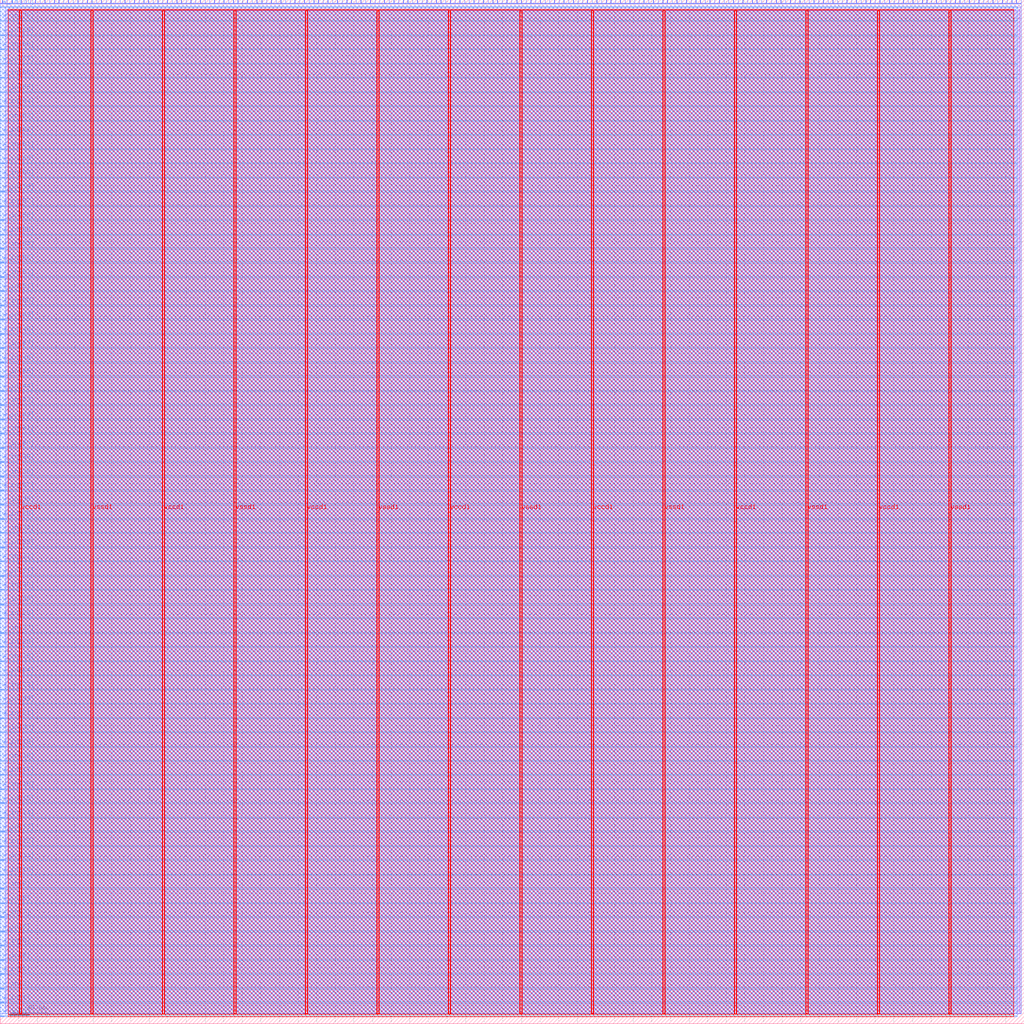
<source format=lef>
VERSION 5.7 ;
  NOWIREEXTENSIONATPIN ON ;
  DIVIDERCHAR "/" ;
  BUSBITCHARS "[]" ;
MACRO register_file
  CLASS BLOCK ;
  FOREIGN register_file ;
  ORIGIN 0.000 0.000 ;
  SIZE 1100.000 BY 1100.000 ;
  PIN clk
    DIRECTION INPUT ;
    USE SIGNAL ;
    PORT
      LAYER met2 ;
        RECT 2.390 1096.000 2.670 1100.000 ;
    END
  END clk
  PIN d_in[0]
    DIRECTION INPUT ;
    USE SIGNAL ;
    PORT
      LAYER met2 ;
        RECT 7.450 1096.000 7.730 1100.000 ;
    END
  END d_in[0]
  PIN d_in[10]
    DIRECTION INPUT ;
    USE SIGNAL ;
    PORT
      LAYER met2 ;
        RECT 58.050 1096.000 58.330 1100.000 ;
    END
  END d_in[10]
  PIN d_in[11]
    DIRECTION INPUT ;
    USE SIGNAL ;
    PORT
      LAYER met2 ;
        RECT 63.110 1096.000 63.390 1100.000 ;
    END
  END d_in[11]
  PIN d_in[12]
    DIRECTION INPUT ;
    USE SIGNAL ;
    PORT
      LAYER met2 ;
        RECT 68.170 1096.000 68.450 1100.000 ;
    END
  END d_in[12]
  PIN d_in[13]
    DIRECTION INPUT ;
    USE SIGNAL ;
    PORT
      LAYER met2 ;
        RECT 73.230 1096.000 73.510 1100.000 ;
    END
  END d_in[13]
  PIN d_in[14]
    DIRECTION INPUT ;
    USE SIGNAL ;
    PORT
      LAYER met2 ;
        RECT 78.290 1096.000 78.570 1100.000 ;
    END
  END d_in[14]
  PIN d_in[15]
    DIRECTION INPUT ;
    USE SIGNAL ;
    PORT
      LAYER met2 ;
        RECT 83.350 1096.000 83.630 1100.000 ;
    END
  END d_in[15]
  PIN d_in[16]
    DIRECTION INPUT ;
    USE SIGNAL ;
    PORT
      LAYER met2 ;
        RECT 88.410 1096.000 88.690 1100.000 ;
    END
  END d_in[16]
  PIN d_in[17]
    DIRECTION INPUT ;
    USE SIGNAL ;
    PORT
      LAYER met2 ;
        RECT 93.470 1096.000 93.750 1100.000 ;
    END
  END d_in[17]
  PIN d_in[18]
    DIRECTION INPUT ;
    USE SIGNAL ;
    PORT
      LAYER met2 ;
        RECT 98.530 1096.000 98.810 1100.000 ;
    END
  END d_in[18]
  PIN d_in[19]
    DIRECTION INPUT ;
    USE SIGNAL ;
    PORT
      LAYER met2 ;
        RECT 103.590 1096.000 103.870 1100.000 ;
    END
  END d_in[19]
  PIN d_in[1]
    DIRECTION INPUT ;
    USE SIGNAL ;
    PORT
      LAYER met2 ;
        RECT 12.510 1096.000 12.790 1100.000 ;
    END
  END d_in[1]
  PIN d_in[20]
    DIRECTION INPUT ;
    USE SIGNAL ;
    PORT
      LAYER met2 ;
        RECT 108.650 1096.000 108.930 1100.000 ;
    END
  END d_in[20]
  PIN d_in[21]
    DIRECTION INPUT ;
    USE SIGNAL ;
    PORT
      LAYER met2 ;
        RECT 113.710 1096.000 113.990 1100.000 ;
    END
  END d_in[21]
  PIN d_in[22]
    DIRECTION INPUT ;
    USE SIGNAL ;
    PORT
      LAYER met2 ;
        RECT 118.770 1096.000 119.050 1100.000 ;
    END
  END d_in[22]
  PIN d_in[23]
    DIRECTION INPUT ;
    USE SIGNAL ;
    PORT
      LAYER met2 ;
        RECT 123.830 1096.000 124.110 1100.000 ;
    END
  END d_in[23]
  PIN d_in[2]
    DIRECTION INPUT ;
    USE SIGNAL ;
    PORT
      LAYER met2 ;
        RECT 17.570 1096.000 17.850 1100.000 ;
    END
  END d_in[2]
  PIN d_in[3]
    DIRECTION INPUT ;
    USE SIGNAL ;
    PORT
      LAYER met2 ;
        RECT 22.630 1096.000 22.910 1100.000 ;
    END
  END d_in[3]
  PIN d_in[4]
    DIRECTION INPUT ;
    USE SIGNAL ;
    PORT
      LAYER met2 ;
        RECT 27.690 1096.000 27.970 1100.000 ;
    END
  END d_in[4]
  PIN d_in[5]
    DIRECTION INPUT ;
    USE SIGNAL ;
    PORT
      LAYER met2 ;
        RECT 32.750 1096.000 33.030 1100.000 ;
    END
  END d_in[5]
  PIN d_in[6]
    DIRECTION INPUT ;
    USE SIGNAL ;
    PORT
      LAYER met2 ;
        RECT 37.810 1096.000 38.090 1100.000 ;
    END
  END d_in[6]
  PIN d_in[7]
    DIRECTION INPUT ;
    USE SIGNAL ;
    PORT
      LAYER met2 ;
        RECT 42.870 1096.000 43.150 1100.000 ;
    END
  END d_in[7]
  PIN d_in[8]
    DIRECTION INPUT ;
    USE SIGNAL ;
    PORT
      LAYER met2 ;
        RECT 47.930 1096.000 48.210 1100.000 ;
    END
  END d_in[8]
  PIN d_in[9]
    DIRECTION INPUT ;
    USE SIGNAL ;
    PORT
      LAYER met2 ;
        RECT 52.990 1096.000 53.270 1100.000 ;
    END
  END d_in[9]
  PIN d_out[0]
    DIRECTION OUTPUT TRISTATE ;
    USE SIGNAL ;
    PORT
      LAYER met2 ;
        RECT 128.890 1096.000 129.170 1100.000 ;
    END
  END d_out[0]
  PIN d_out[100]
    DIRECTION OUTPUT TRISTATE ;
    USE SIGNAL ;
    PORT
      LAYER met2 ;
        RECT 635.810 1096.000 636.090 1100.000 ;
    END
  END d_out[100]
  PIN d_out[101]
    DIRECTION OUTPUT TRISTATE ;
    USE SIGNAL ;
    PORT
      LAYER met2 ;
        RECT 640.870 1096.000 641.150 1100.000 ;
    END
  END d_out[101]
  PIN d_out[102]
    DIRECTION OUTPUT TRISTATE ;
    USE SIGNAL ;
    PORT
      LAYER met2 ;
        RECT 645.930 1096.000 646.210 1100.000 ;
    END
  END d_out[102]
  PIN d_out[103]
    DIRECTION OUTPUT TRISTATE ;
    USE SIGNAL ;
    PORT
      LAYER met2 ;
        RECT 650.990 1096.000 651.270 1100.000 ;
    END
  END d_out[103]
  PIN d_out[104]
    DIRECTION OUTPUT TRISTATE ;
    USE SIGNAL ;
    PORT
      LAYER met2 ;
        RECT 656.050 1096.000 656.330 1100.000 ;
    END
  END d_out[104]
  PIN d_out[105]
    DIRECTION OUTPUT TRISTATE ;
    USE SIGNAL ;
    PORT
      LAYER met2 ;
        RECT 661.110 1096.000 661.390 1100.000 ;
    END
  END d_out[105]
  PIN d_out[106]
    DIRECTION OUTPUT TRISTATE ;
    USE SIGNAL ;
    PORT
      LAYER met2 ;
        RECT 666.170 1096.000 666.450 1100.000 ;
    END
  END d_out[106]
  PIN d_out[107]
    DIRECTION OUTPUT TRISTATE ;
    USE SIGNAL ;
    PORT
      LAYER met2 ;
        RECT 671.230 1096.000 671.510 1100.000 ;
    END
  END d_out[107]
  PIN d_out[108]
    DIRECTION OUTPUT TRISTATE ;
    USE SIGNAL ;
    PORT
      LAYER met2 ;
        RECT 676.290 1096.000 676.570 1100.000 ;
    END
  END d_out[108]
  PIN d_out[109]
    DIRECTION OUTPUT TRISTATE ;
    USE SIGNAL ;
    PORT
      LAYER met2 ;
        RECT 681.350 1096.000 681.630 1100.000 ;
    END
  END d_out[109]
  PIN d_out[10]
    DIRECTION OUTPUT TRISTATE ;
    USE SIGNAL ;
    PORT
      LAYER met2 ;
        RECT 179.490 1096.000 179.770 1100.000 ;
    END
  END d_out[10]
  PIN d_out[110]
    DIRECTION OUTPUT TRISTATE ;
    USE SIGNAL ;
    PORT
      LAYER met2 ;
        RECT 686.410 1096.000 686.690 1100.000 ;
    END
  END d_out[110]
  PIN d_out[111]
    DIRECTION OUTPUT TRISTATE ;
    USE SIGNAL ;
    PORT
      LAYER met2 ;
        RECT 691.470 1096.000 691.750 1100.000 ;
    END
  END d_out[111]
  PIN d_out[112]
    DIRECTION OUTPUT TRISTATE ;
    USE SIGNAL ;
    PORT
      LAYER met2 ;
        RECT 696.530 1096.000 696.810 1100.000 ;
    END
  END d_out[112]
  PIN d_out[113]
    DIRECTION OUTPUT TRISTATE ;
    USE SIGNAL ;
    PORT
      LAYER met2 ;
        RECT 701.590 1096.000 701.870 1100.000 ;
    END
  END d_out[113]
  PIN d_out[114]
    DIRECTION OUTPUT TRISTATE ;
    USE SIGNAL ;
    PORT
      LAYER met2 ;
        RECT 706.650 1096.000 706.930 1100.000 ;
    END
  END d_out[114]
  PIN d_out[115]
    DIRECTION OUTPUT TRISTATE ;
    USE SIGNAL ;
    PORT
      LAYER met2 ;
        RECT 711.710 1096.000 711.990 1100.000 ;
    END
  END d_out[115]
  PIN d_out[116]
    DIRECTION OUTPUT TRISTATE ;
    USE SIGNAL ;
    PORT
      LAYER met2 ;
        RECT 716.770 1096.000 717.050 1100.000 ;
    END
  END d_out[116]
  PIN d_out[117]
    DIRECTION OUTPUT TRISTATE ;
    USE SIGNAL ;
    PORT
      LAYER met2 ;
        RECT 721.830 1096.000 722.110 1100.000 ;
    END
  END d_out[117]
  PIN d_out[118]
    DIRECTION OUTPUT TRISTATE ;
    USE SIGNAL ;
    PORT
      LAYER met2 ;
        RECT 726.890 1096.000 727.170 1100.000 ;
    END
  END d_out[118]
  PIN d_out[119]
    DIRECTION OUTPUT TRISTATE ;
    USE SIGNAL ;
    PORT
      LAYER met2 ;
        RECT 731.950 1096.000 732.230 1100.000 ;
    END
  END d_out[119]
  PIN d_out[11]
    DIRECTION OUTPUT TRISTATE ;
    USE SIGNAL ;
    PORT
      LAYER met2 ;
        RECT 184.550 1096.000 184.830 1100.000 ;
    END
  END d_out[11]
  PIN d_out[120]
    DIRECTION OUTPUT TRISTATE ;
    USE SIGNAL ;
    PORT
      LAYER met2 ;
        RECT 737.010 1096.000 737.290 1100.000 ;
    END
  END d_out[120]
  PIN d_out[121]
    DIRECTION OUTPUT TRISTATE ;
    USE SIGNAL ;
    PORT
      LAYER met2 ;
        RECT 742.070 1096.000 742.350 1100.000 ;
    END
  END d_out[121]
  PIN d_out[122]
    DIRECTION OUTPUT TRISTATE ;
    USE SIGNAL ;
    PORT
      LAYER met2 ;
        RECT 747.130 1096.000 747.410 1100.000 ;
    END
  END d_out[122]
  PIN d_out[123]
    DIRECTION OUTPUT TRISTATE ;
    USE SIGNAL ;
    PORT
      LAYER met2 ;
        RECT 752.190 1096.000 752.470 1100.000 ;
    END
  END d_out[123]
  PIN d_out[124]
    DIRECTION OUTPUT TRISTATE ;
    USE SIGNAL ;
    PORT
      LAYER met2 ;
        RECT 757.250 1096.000 757.530 1100.000 ;
    END
  END d_out[124]
  PIN d_out[125]
    DIRECTION OUTPUT TRISTATE ;
    USE SIGNAL ;
    PORT
      LAYER met2 ;
        RECT 762.310 1096.000 762.590 1100.000 ;
    END
  END d_out[125]
  PIN d_out[126]
    DIRECTION OUTPUT TRISTATE ;
    USE SIGNAL ;
    PORT
      LAYER met2 ;
        RECT 767.370 1096.000 767.650 1100.000 ;
    END
  END d_out[126]
  PIN d_out[127]
    DIRECTION OUTPUT TRISTATE ;
    USE SIGNAL ;
    PORT
      LAYER met2 ;
        RECT 772.430 1096.000 772.710 1100.000 ;
    END
  END d_out[127]
  PIN d_out[128]
    DIRECTION OUTPUT TRISTATE ;
    USE SIGNAL ;
    PORT
      LAYER met2 ;
        RECT 777.490 1096.000 777.770 1100.000 ;
    END
  END d_out[128]
  PIN d_out[129]
    DIRECTION OUTPUT TRISTATE ;
    USE SIGNAL ;
    PORT
      LAYER met2 ;
        RECT 782.550 1096.000 782.830 1100.000 ;
    END
  END d_out[129]
  PIN d_out[12]
    DIRECTION OUTPUT TRISTATE ;
    USE SIGNAL ;
    PORT
      LAYER met2 ;
        RECT 189.610 1096.000 189.890 1100.000 ;
    END
  END d_out[12]
  PIN d_out[130]
    DIRECTION OUTPUT TRISTATE ;
    USE SIGNAL ;
    PORT
      LAYER met2 ;
        RECT 787.610 1096.000 787.890 1100.000 ;
    END
  END d_out[130]
  PIN d_out[131]
    DIRECTION OUTPUT TRISTATE ;
    USE SIGNAL ;
    PORT
      LAYER met2 ;
        RECT 792.670 1096.000 792.950 1100.000 ;
    END
  END d_out[131]
  PIN d_out[132]
    DIRECTION OUTPUT TRISTATE ;
    USE SIGNAL ;
    PORT
      LAYER met2 ;
        RECT 797.730 1096.000 798.010 1100.000 ;
    END
  END d_out[132]
  PIN d_out[133]
    DIRECTION OUTPUT TRISTATE ;
    USE SIGNAL ;
    PORT
      LAYER met2 ;
        RECT 802.790 1096.000 803.070 1100.000 ;
    END
  END d_out[133]
  PIN d_out[134]
    DIRECTION OUTPUT TRISTATE ;
    USE SIGNAL ;
    PORT
      LAYER met2 ;
        RECT 807.850 1096.000 808.130 1100.000 ;
    END
  END d_out[134]
  PIN d_out[135]
    DIRECTION OUTPUT TRISTATE ;
    USE SIGNAL ;
    PORT
      LAYER met2 ;
        RECT 812.910 1096.000 813.190 1100.000 ;
    END
  END d_out[135]
  PIN d_out[136]
    DIRECTION OUTPUT TRISTATE ;
    USE SIGNAL ;
    PORT
      LAYER met2 ;
        RECT 817.970 1096.000 818.250 1100.000 ;
    END
  END d_out[136]
  PIN d_out[137]
    DIRECTION OUTPUT TRISTATE ;
    USE SIGNAL ;
    PORT
      LAYER met2 ;
        RECT 823.030 1096.000 823.310 1100.000 ;
    END
  END d_out[137]
  PIN d_out[138]
    DIRECTION OUTPUT TRISTATE ;
    USE SIGNAL ;
    PORT
      LAYER met2 ;
        RECT 828.550 1096.000 828.830 1100.000 ;
    END
  END d_out[138]
  PIN d_out[139]
    DIRECTION OUTPUT TRISTATE ;
    USE SIGNAL ;
    PORT
      LAYER met2 ;
        RECT 833.610 1096.000 833.890 1100.000 ;
    END
  END d_out[139]
  PIN d_out[13]
    DIRECTION OUTPUT TRISTATE ;
    USE SIGNAL ;
    PORT
      LAYER met2 ;
        RECT 194.670 1096.000 194.950 1100.000 ;
    END
  END d_out[13]
  PIN d_out[140]
    DIRECTION OUTPUT TRISTATE ;
    USE SIGNAL ;
    PORT
      LAYER met2 ;
        RECT 838.670 1096.000 838.950 1100.000 ;
    END
  END d_out[140]
  PIN d_out[141]
    DIRECTION OUTPUT TRISTATE ;
    USE SIGNAL ;
    PORT
      LAYER met2 ;
        RECT 843.730 1096.000 844.010 1100.000 ;
    END
  END d_out[141]
  PIN d_out[142]
    DIRECTION OUTPUT TRISTATE ;
    USE SIGNAL ;
    PORT
      LAYER met2 ;
        RECT 848.790 1096.000 849.070 1100.000 ;
    END
  END d_out[142]
  PIN d_out[143]
    DIRECTION OUTPUT TRISTATE ;
    USE SIGNAL ;
    PORT
      LAYER met2 ;
        RECT 853.850 1096.000 854.130 1100.000 ;
    END
  END d_out[143]
  PIN d_out[144]
    DIRECTION OUTPUT TRISTATE ;
    USE SIGNAL ;
    PORT
      LAYER met2 ;
        RECT 858.910 1096.000 859.190 1100.000 ;
    END
  END d_out[144]
  PIN d_out[145]
    DIRECTION OUTPUT TRISTATE ;
    USE SIGNAL ;
    PORT
      LAYER met2 ;
        RECT 863.970 1096.000 864.250 1100.000 ;
    END
  END d_out[145]
  PIN d_out[146]
    DIRECTION OUTPUT TRISTATE ;
    USE SIGNAL ;
    PORT
      LAYER met2 ;
        RECT 869.030 1096.000 869.310 1100.000 ;
    END
  END d_out[146]
  PIN d_out[147]
    DIRECTION OUTPUT TRISTATE ;
    USE SIGNAL ;
    PORT
      LAYER met2 ;
        RECT 874.090 1096.000 874.370 1100.000 ;
    END
  END d_out[147]
  PIN d_out[148]
    DIRECTION OUTPUT TRISTATE ;
    USE SIGNAL ;
    PORT
      LAYER met2 ;
        RECT 879.150 1096.000 879.430 1100.000 ;
    END
  END d_out[148]
  PIN d_out[149]
    DIRECTION OUTPUT TRISTATE ;
    USE SIGNAL ;
    PORT
      LAYER met2 ;
        RECT 884.210 1096.000 884.490 1100.000 ;
    END
  END d_out[149]
  PIN d_out[14]
    DIRECTION OUTPUT TRISTATE ;
    USE SIGNAL ;
    PORT
      LAYER met2 ;
        RECT 199.730 1096.000 200.010 1100.000 ;
    END
  END d_out[14]
  PIN d_out[150]
    DIRECTION OUTPUT TRISTATE ;
    USE SIGNAL ;
    PORT
      LAYER met2 ;
        RECT 889.270 1096.000 889.550 1100.000 ;
    END
  END d_out[150]
  PIN d_out[151]
    DIRECTION OUTPUT TRISTATE ;
    USE SIGNAL ;
    PORT
      LAYER met2 ;
        RECT 894.330 1096.000 894.610 1100.000 ;
    END
  END d_out[151]
  PIN d_out[152]
    DIRECTION OUTPUT TRISTATE ;
    USE SIGNAL ;
    PORT
      LAYER met2 ;
        RECT 899.390 1096.000 899.670 1100.000 ;
    END
  END d_out[152]
  PIN d_out[153]
    DIRECTION OUTPUT TRISTATE ;
    USE SIGNAL ;
    PORT
      LAYER met2 ;
        RECT 904.450 1096.000 904.730 1100.000 ;
    END
  END d_out[153]
  PIN d_out[154]
    DIRECTION OUTPUT TRISTATE ;
    USE SIGNAL ;
    PORT
      LAYER met2 ;
        RECT 909.510 1096.000 909.790 1100.000 ;
    END
  END d_out[154]
  PIN d_out[155]
    DIRECTION OUTPUT TRISTATE ;
    USE SIGNAL ;
    PORT
      LAYER met2 ;
        RECT 914.570 1096.000 914.850 1100.000 ;
    END
  END d_out[155]
  PIN d_out[156]
    DIRECTION OUTPUT TRISTATE ;
    USE SIGNAL ;
    PORT
      LAYER met2 ;
        RECT 919.630 1096.000 919.910 1100.000 ;
    END
  END d_out[156]
  PIN d_out[157]
    DIRECTION OUTPUT TRISTATE ;
    USE SIGNAL ;
    PORT
      LAYER met2 ;
        RECT 924.690 1096.000 924.970 1100.000 ;
    END
  END d_out[157]
  PIN d_out[158]
    DIRECTION OUTPUT TRISTATE ;
    USE SIGNAL ;
    PORT
      LAYER met2 ;
        RECT 929.750 1096.000 930.030 1100.000 ;
    END
  END d_out[158]
  PIN d_out[159]
    DIRECTION OUTPUT TRISTATE ;
    USE SIGNAL ;
    PORT
      LAYER met2 ;
        RECT 934.810 1096.000 935.090 1100.000 ;
    END
  END d_out[159]
  PIN d_out[15]
    DIRECTION OUTPUT TRISTATE ;
    USE SIGNAL ;
    PORT
      LAYER met2 ;
        RECT 204.790 1096.000 205.070 1100.000 ;
    END
  END d_out[15]
  PIN d_out[160]
    DIRECTION OUTPUT TRISTATE ;
    USE SIGNAL ;
    PORT
      LAYER met2 ;
        RECT 939.870 1096.000 940.150 1100.000 ;
    END
  END d_out[160]
  PIN d_out[161]
    DIRECTION OUTPUT TRISTATE ;
    USE SIGNAL ;
    PORT
      LAYER met2 ;
        RECT 944.930 1096.000 945.210 1100.000 ;
    END
  END d_out[161]
  PIN d_out[162]
    DIRECTION OUTPUT TRISTATE ;
    USE SIGNAL ;
    PORT
      LAYER met2 ;
        RECT 949.990 1096.000 950.270 1100.000 ;
    END
  END d_out[162]
  PIN d_out[163]
    DIRECTION OUTPUT TRISTATE ;
    USE SIGNAL ;
    PORT
      LAYER met2 ;
        RECT 955.050 1096.000 955.330 1100.000 ;
    END
  END d_out[163]
  PIN d_out[164]
    DIRECTION OUTPUT TRISTATE ;
    USE SIGNAL ;
    PORT
      LAYER met2 ;
        RECT 960.110 1096.000 960.390 1100.000 ;
    END
  END d_out[164]
  PIN d_out[165]
    DIRECTION OUTPUT TRISTATE ;
    USE SIGNAL ;
    PORT
      LAYER met2 ;
        RECT 965.170 1096.000 965.450 1100.000 ;
    END
  END d_out[165]
  PIN d_out[166]
    DIRECTION OUTPUT TRISTATE ;
    USE SIGNAL ;
    PORT
      LAYER met2 ;
        RECT 970.230 1096.000 970.510 1100.000 ;
    END
  END d_out[166]
  PIN d_out[167]
    DIRECTION OUTPUT TRISTATE ;
    USE SIGNAL ;
    PORT
      LAYER met2 ;
        RECT 975.290 1096.000 975.570 1100.000 ;
    END
  END d_out[167]
  PIN d_out[168]
    DIRECTION OUTPUT TRISTATE ;
    USE SIGNAL ;
    PORT
      LAYER met2 ;
        RECT 980.350 1096.000 980.630 1100.000 ;
    END
  END d_out[168]
  PIN d_out[169]
    DIRECTION OUTPUT TRISTATE ;
    USE SIGNAL ;
    PORT
      LAYER met2 ;
        RECT 985.410 1096.000 985.690 1100.000 ;
    END
  END d_out[169]
  PIN d_out[16]
    DIRECTION OUTPUT TRISTATE ;
    USE SIGNAL ;
    PORT
      LAYER met2 ;
        RECT 209.850 1096.000 210.130 1100.000 ;
    END
  END d_out[16]
  PIN d_out[170]
    DIRECTION OUTPUT TRISTATE ;
    USE SIGNAL ;
    PORT
      LAYER met2 ;
        RECT 990.470 1096.000 990.750 1100.000 ;
    END
  END d_out[170]
  PIN d_out[171]
    DIRECTION OUTPUT TRISTATE ;
    USE SIGNAL ;
    PORT
      LAYER met2 ;
        RECT 995.530 1096.000 995.810 1100.000 ;
    END
  END d_out[171]
  PIN d_out[172]
    DIRECTION OUTPUT TRISTATE ;
    USE SIGNAL ;
    PORT
      LAYER met2 ;
        RECT 1000.590 1096.000 1000.870 1100.000 ;
    END
  END d_out[172]
  PIN d_out[173]
    DIRECTION OUTPUT TRISTATE ;
    USE SIGNAL ;
    PORT
      LAYER met2 ;
        RECT 1005.650 1096.000 1005.930 1100.000 ;
    END
  END d_out[173]
  PIN d_out[174]
    DIRECTION OUTPUT TRISTATE ;
    USE SIGNAL ;
    PORT
      LAYER met2 ;
        RECT 1010.710 1096.000 1010.990 1100.000 ;
    END
  END d_out[174]
  PIN d_out[175]
    DIRECTION OUTPUT TRISTATE ;
    USE SIGNAL ;
    PORT
      LAYER met2 ;
        RECT 1015.770 1096.000 1016.050 1100.000 ;
    END
  END d_out[175]
  PIN d_out[176]
    DIRECTION OUTPUT TRISTATE ;
    USE SIGNAL ;
    PORT
      LAYER met2 ;
        RECT 1020.830 1096.000 1021.110 1100.000 ;
    END
  END d_out[176]
  PIN d_out[177]
    DIRECTION OUTPUT TRISTATE ;
    USE SIGNAL ;
    PORT
      LAYER met2 ;
        RECT 1025.890 1096.000 1026.170 1100.000 ;
    END
  END d_out[177]
  PIN d_out[178]
    DIRECTION OUTPUT TRISTATE ;
    USE SIGNAL ;
    PORT
      LAYER met2 ;
        RECT 1030.950 1096.000 1031.230 1100.000 ;
    END
  END d_out[178]
  PIN d_out[179]
    DIRECTION OUTPUT TRISTATE ;
    USE SIGNAL ;
    PORT
      LAYER met2 ;
        RECT 1036.010 1096.000 1036.290 1100.000 ;
    END
  END d_out[179]
  PIN d_out[17]
    DIRECTION OUTPUT TRISTATE ;
    USE SIGNAL ;
    PORT
      LAYER met2 ;
        RECT 214.910 1096.000 215.190 1100.000 ;
    END
  END d_out[17]
  PIN d_out[180]
    DIRECTION OUTPUT TRISTATE ;
    USE SIGNAL ;
    PORT
      LAYER met2 ;
        RECT 1041.070 1096.000 1041.350 1100.000 ;
    END
  END d_out[180]
  PIN d_out[181]
    DIRECTION OUTPUT TRISTATE ;
    USE SIGNAL ;
    PORT
      LAYER met2 ;
        RECT 1046.130 1096.000 1046.410 1100.000 ;
    END
  END d_out[181]
  PIN d_out[182]
    DIRECTION OUTPUT TRISTATE ;
    USE SIGNAL ;
    PORT
      LAYER met2 ;
        RECT 1051.190 1096.000 1051.470 1100.000 ;
    END
  END d_out[182]
  PIN d_out[183]
    DIRECTION OUTPUT TRISTATE ;
    USE SIGNAL ;
    PORT
      LAYER met2 ;
        RECT 1056.250 1096.000 1056.530 1100.000 ;
    END
  END d_out[183]
  PIN d_out[184]
    DIRECTION OUTPUT TRISTATE ;
    USE SIGNAL ;
    PORT
      LAYER met2 ;
        RECT 1061.310 1096.000 1061.590 1100.000 ;
    END
  END d_out[184]
  PIN d_out[185]
    DIRECTION OUTPUT TRISTATE ;
    USE SIGNAL ;
    PORT
      LAYER met2 ;
        RECT 1066.370 1096.000 1066.650 1100.000 ;
    END
  END d_out[185]
  PIN d_out[186]
    DIRECTION OUTPUT TRISTATE ;
    USE SIGNAL ;
    PORT
      LAYER met2 ;
        RECT 1071.430 1096.000 1071.710 1100.000 ;
    END
  END d_out[186]
  PIN d_out[187]
    DIRECTION OUTPUT TRISTATE ;
    USE SIGNAL ;
    PORT
      LAYER met2 ;
        RECT 1076.490 1096.000 1076.770 1100.000 ;
    END
  END d_out[187]
  PIN d_out[188]
    DIRECTION OUTPUT TRISTATE ;
    USE SIGNAL ;
    PORT
      LAYER met2 ;
        RECT 1081.550 1096.000 1081.830 1100.000 ;
    END
  END d_out[188]
  PIN d_out[189]
    DIRECTION OUTPUT TRISTATE ;
    USE SIGNAL ;
    PORT
      LAYER met2 ;
        RECT 1086.610 1096.000 1086.890 1100.000 ;
    END
  END d_out[189]
  PIN d_out[18]
    DIRECTION OUTPUT TRISTATE ;
    USE SIGNAL ;
    PORT
      LAYER met2 ;
        RECT 219.970 1096.000 220.250 1100.000 ;
    END
  END d_out[18]
  PIN d_out[190]
    DIRECTION OUTPUT TRISTATE ;
    USE SIGNAL ;
    PORT
      LAYER met2 ;
        RECT 1091.670 1096.000 1091.950 1100.000 ;
    END
  END d_out[190]
  PIN d_out[191]
    DIRECTION OUTPUT TRISTATE ;
    USE SIGNAL ;
    PORT
      LAYER met2 ;
        RECT 1096.730 1096.000 1097.010 1100.000 ;
    END
  END d_out[191]
  PIN d_out[19]
    DIRECTION OUTPUT TRISTATE ;
    USE SIGNAL ;
    PORT
      LAYER met2 ;
        RECT 225.030 1096.000 225.310 1100.000 ;
    END
  END d_out[19]
  PIN d_out[1]
    DIRECTION OUTPUT TRISTATE ;
    USE SIGNAL ;
    PORT
      LAYER met2 ;
        RECT 133.950 1096.000 134.230 1100.000 ;
    END
  END d_out[1]
  PIN d_out[20]
    DIRECTION OUTPUT TRISTATE ;
    USE SIGNAL ;
    PORT
      LAYER met2 ;
        RECT 230.090 1096.000 230.370 1100.000 ;
    END
  END d_out[20]
  PIN d_out[21]
    DIRECTION OUTPUT TRISTATE ;
    USE SIGNAL ;
    PORT
      LAYER met2 ;
        RECT 235.150 1096.000 235.430 1100.000 ;
    END
  END d_out[21]
  PIN d_out[22]
    DIRECTION OUTPUT TRISTATE ;
    USE SIGNAL ;
    PORT
      LAYER met2 ;
        RECT 240.210 1096.000 240.490 1100.000 ;
    END
  END d_out[22]
  PIN d_out[23]
    DIRECTION OUTPUT TRISTATE ;
    USE SIGNAL ;
    PORT
      LAYER met2 ;
        RECT 245.270 1096.000 245.550 1100.000 ;
    END
  END d_out[23]
  PIN d_out[24]
    DIRECTION OUTPUT TRISTATE ;
    USE SIGNAL ;
    PORT
      LAYER met2 ;
        RECT 250.330 1096.000 250.610 1100.000 ;
    END
  END d_out[24]
  PIN d_out[25]
    DIRECTION OUTPUT TRISTATE ;
    USE SIGNAL ;
    PORT
      LAYER met2 ;
        RECT 255.390 1096.000 255.670 1100.000 ;
    END
  END d_out[25]
  PIN d_out[26]
    DIRECTION OUTPUT TRISTATE ;
    USE SIGNAL ;
    PORT
      LAYER met2 ;
        RECT 260.450 1096.000 260.730 1100.000 ;
    END
  END d_out[26]
  PIN d_out[27]
    DIRECTION OUTPUT TRISTATE ;
    USE SIGNAL ;
    PORT
      LAYER met2 ;
        RECT 265.510 1096.000 265.790 1100.000 ;
    END
  END d_out[27]
  PIN d_out[28]
    DIRECTION OUTPUT TRISTATE ;
    USE SIGNAL ;
    PORT
      LAYER met2 ;
        RECT 270.570 1096.000 270.850 1100.000 ;
    END
  END d_out[28]
  PIN d_out[29]
    DIRECTION OUTPUT TRISTATE ;
    USE SIGNAL ;
    PORT
      LAYER met2 ;
        RECT 275.630 1096.000 275.910 1100.000 ;
    END
  END d_out[29]
  PIN d_out[2]
    DIRECTION OUTPUT TRISTATE ;
    USE SIGNAL ;
    PORT
      LAYER met2 ;
        RECT 139.010 1096.000 139.290 1100.000 ;
    END
  END d_out[2]
  PIN d_out[30]
    DIRECTION OUTPUT TRISTATE ;
    USE SIGNAL ;
    PORT
      LAYER met2 ;
        RECT 281.150 1096.000 281.430 1100.000 ;
    END
  END d_out[30]
  PIN d_out[31]
    DIRECTION OUTPUT TRISTATE ;
    USE SIGNAL ;
    PORT
      LAYER met2 ;
        RECT 286.210 1096.000 286.490 1100.000 ;
    END
  END d_out[31]
  PIN d_out[32]
    DIRECTION OUTPUT TRISTATE ;
    USE SIGNAL ;
    PORT
      LAYER met2 ;
        RECT 291.270 1096.000 291.550 1100.000 ;
    END
  END d_out[32]
  PIN d_out[33]
    DIRECTION OUTPUT TRISTATE ;
    USE SIGNAL ;
    PORT
      LAYER met2 ;
        RECT 296.330 1096.000 296.610 1100.000 ;
    END
  END d_out[33]
  PIN d_out[34]
    DIRECTION OUTPUT TRISTATE ;
    USE SIGNAL ;
    PORT
      LAYER met2 ;
        RECT 301.390 1096.000 301.670 1100.000 ;
    END
  END d_out[34]
  PIN d_out[35]
    DIRECTION OUTPUT TRISTATE ;
    USE SIGNAL ;
    PORT
      LAYER met2 ;
        RECT 306.450 1096.000 306.730 1100.000 ;
    END
  END d_out[35]
  PIN d_out[36]
    DIRECTION OUTPUT TRISTATE ;
    USE SIGNAL ;
    PORT
      LAYER met2 ;
        RECT 311.510 1096.000 311.790 1100.000 ;
    END
  END d_out[36]
  PIN d_out[37]
    DIRECTION OUTPUT TRISTATE ;
    USE SIGNAL ;
    PORT
      LAYER met2 ;
        RECT 316.570 1096.000 316.850 1100.000 ;
    END
  END d_out[37]
  PIN d_out[38]
    DIRECTION OUTPUT TRISTATE ;
    USE SIGNAL ;
    PORT
      LAYER met2 ;
        RECT 321.630 1096.000 321.910 1100.000 ;
    END
  END d_out[38]
  PIN d_out[39]
    DIRECTION OUTPUT TRISTATE ;
    USE SIGNAL ;
    PORT
      LAYER met2 ;
        RECT 326.690 1096.000 326.970 1100.000 ;
    END
  END d_out[39]
  PIN d_out[3]
    DIRECTION OUTPUT TRISTATE ;
    USE SIGNAL ;
    PORT
      LAYER met2 ;
        RECT 144.070 1096.000 144.350 1100.000 ;
    END
  END d_out[3]
  PIN d_out[40]
    DIRECTION OUTPUT TRISTATE ;
    USE SIGNAL ;
    PORT
      LAYER met2 ;
        RECT 331.750 1096.000 332.030 1100.000 ;
    END
  END d_out[40]
  PIN d_out[41]
    DIRECTION OUTPUT TRISTATE ;
    USE SIGNAL ;
    PORT
      LAYER met2 ;
        RECT 336.810 1096.000 337.090 1100.000 ;
    END
  END d_out[41]
  PIN d_out[42]
    DIRECTION OUTPUT TRISTATE ;
    USE SIGNAL ;
    PORT
      LAYER met2 ;
        RECT 341.870 1096.000 342.150 1100.000 ;
    END
  END d_out[42]
  PIN d_out[43]
    DIRECTION OUTPUT TRISTATE ;
    USE SIGNAL ;
    PORT
      LAYER met2 ;
        RECT 346.930 1096.000 347.210 1100.000 ;
    END
  END d_out[43]
  PIN d_out[44]
    DIRECTION OUTPUT TRISTATE ;
    USE SIGNAL ;
    PORT
      LAYER met2 ;
        RECT 351.990 1096.000 352.270 1100.000 ;
    END
  END d_out[44]
  PIN d_out[45]
    DIRECTION OUTPUT TRISTATE ;
    USE SIGNAL ;
    PORT
      LAYER met2 ;
        RECT 357.050 1096.000 357.330 1100.000 ;
    END
  END d_out[45]
  PIN d_out[46]
    DIRECTION OUTPUT TRISTATE ;
    USE SIGNAL ;
    PORT
      LAYER met2 ;
        RECT 362.110 1096.000 362.390 1100.000 ;
    END
  END d_out[46]
  PIN d_out[47]
    DIRECTION OUTPUT TRISTATE ;
    USE SIGNAL ;
    PORT
      LAYER met2 ;
        RECT 367.170 1096.000 367.450 1100.000 ;
    END
  END d_out[47]
  PIN d_out[48]
    DIRECTION OUTPUT TRISTATE ;
    USE SIGNAL ;
    PORT
      LAYER met2 ;
        RECT 372.230 1096.000 372.510 1100.000 ;
    END
  END d_out[48]
  PIN d_out[49]
    DIRECTION OUTPUT TRISTATE ;
    USE SIGNAL ;
    PORT
      LAYER met2 ;
        RECT 377.290 1096.000 377.570 1100.000 ;
    END
  END d_out[49]
  PIN d_out[4]
    DIRECTION OUTPUT TRISTATE ;
    USE SIGNAL ;
    PORT
      LAYER met2 ;
        RECT 149.130 1096.000 149.410 1100.000 ;
    END
  END d_out[4]
  PIN d_out[50]
    DIRECTION OUTPUT TRISTATE ;
    USE SIGNAL ;
    PORT
      LAYER met2 ;
        RECT 382.350 1096.000 382.630 1100.000 ;
    END
  END d_out[50]
  PIN d_out[51]
    DIRECTION OUTPUT TRISTATE ;
    USE SIGNAL ;
    PORT
      LAYER met2 ;
        RECT 387.410 1096.000 387.690 1100.000 ;
    END
  END d_out[51]
  PIN d_out[52]
    DIRECTION OUTPUT TRISTATE ;
    USE SIGNAL ;
    PORT
      LAYER met2 ;
        RECT 392.470 1096.000 392.750 1100.000 ;
    END
  END d_out[52]
  PIN d_out[53]
    DIRECTION OUTPUT TRISTATE ;
    USE SIGNAL ;
    PORT
      LAYER met2 ;
        RECT 397.530 1096.000 397.810 1100.000 ;
    END
  END d_out[53]
  PIN d_out[54]
    DIRECTION OUTPUT TRISTATE ;
    USE SIGNAL ;
    PORT
      LAYER met2 ;
        RECT 402.590 1096.000 402.870 1100.000 ;
    END
  END d_out[54]
  PIN d_out[55]
    DIRECTION OUTPUT TRISTATE ;
    USE SIGNAL ;
    PORT
      LAYER met2 ;
        RECT 407.650 1096.000 407.930 1100.000 ;
    END
  END d_out[55]
  PIN d_out[56]
    DIRECTION OUTPUT TRISTATE ;
    USE SIGNAL ;
    PORT
      LAYER met2 ;
        RECT 412.710 1096.000 412.990 1100.000 ;
    END
  END d_out[56]
  PIN d_out[57]
    DIRECTION OUTPUT TRISTATE ;
    USE SIGNAL ;
    PORT
      LAYER met2 ;
        RECT 417.770 1096.000 418.050 1100.000 ;
    END
  END d_out[57]
  PIN d_out[58]
    DIRECTION OUTPUT TRISTATE ;
    USE SIGNAL ;
    PORT
      LAYER met2 ;
        RECT 422.830 1096.000 423.110 1100.000 ;
    END
  END d_out[58]
  PIN d_out[59]
    DIRECTION OUTPUT TRISTATE ;
    USE SIGNAL ;
    PORT
      LAYER met2 ;
        RECT 427.890 1096.000 428.170 1100.000 ;
    END
  END d_out[59]
  PIN d_out[5]
    DIRECTION OUTPUT TRISTATE ;
    USE SIGNAL ;
    PORT
      LAYER met2 ;
        RECT 154.190 1096.000 154.470 1100.000 ;
    END
  END d_out[5]
  PIN d_out[60]
    DIRECTION OUTPUT TRISTATE ;
    USE SIGNAL ;
    PORT
      LAYER met2 ;
        RECT 432.950 1096.000 433.230 1100.000 ;
    END
  END d_out[60]
  PIN d_out[61]
    DIRECTION OUTPUT TRISTATE ;
    USE SIGNAL ;
    PORT
      LAYER met2 ;
        RECT 438.010 1096.000 438.290 1100.000 ;
    END
  END d_out[61]
  PIN d_out[62]
    DIRECTION OUTPUT TRISTATE ;
    USE SIGNAL ;
    PORT
      LAYER met2 ;
        RECT 443.070 1096.000 443.350 1100.000 ;
    END
  END d_out[62]
  PIN d_out[63]
    DIRECTION OUTPUT TRISTATE ;
    USE SIGNAL ;
    PORT
      LAYER met2 ;
        RECT 448.130 1096.000 448.410 1100.000 ;
    END
  END d_out[63]
  PIN d_out[64]
    DIRECTION OUTPUT TRISTATE ;
    USE SIGNAL ;
    PORT
      LAYER met2 ;
        RECT 453.190 1096.000 453.470 1100.000 ;
    END
  END d_out[64]
  PIN d_out[65]
    DIRECTION OUTPUT TRISTATE ;
    USE SIGNAL ;
    PORT
      LAYER met2 ;
        RECT 458.250 1096.000 458.530 1100.000 ;
    END
  END d_out[65]
  PIN d_out[66]
    DIRECTION OUTPUT TRISTATE ;
    USE SIGNAL ;
    PORT
      LAYER met2 ;
        RECT 463.310 1096.000 463.590 1100.000 ;
    END
  END d_out[66]
  PIN d_out[67]
    DIRECTION OUTPUT TRISTATE ;
    USE SIGNAL ;
    PORT
      LAYER met2 ;
        RECT 468.370 1096.000 468.650 1100.000 ;
    END
  END d_out[67]
  PIN d_out[68]
    DIRECTION OUTPUT TRISTATE ;
    USE SIGNAL ;
    PORT
      LAYER met2 ;
        RECT 473.430 1096.000 473.710 1100.000 ;
    END
  END d_out[68]
  PIN d_out[69]
    DIRECTION OUTPUT TRISTATE ;
    USE SIGNAL ;
    PORT
      LAYER met2 ;
        RECT 478.490 1096.000 478.770 1100.000 ;
    END
  END d_out[69]
  PIN d_out[6]
    DIRECTION OUTPUT TRISTATE ;
    USE SIGNAL ;
    PORT
      LAYER met2 ;
        RECT 159.250 1096.000 159.530 1100.000 ;
    END
  END d_out[6]
  PIN d_out[70]
    DIRECTION OUTPUT TRISTATE ;
    USE SIGNAL ;
    PORT
      LAYER met2 ;
        RECT 483.550 1096.000 483.830 1100.000 ;
    END
  END d_out[70]
  PIN d_out[71]
    DIRECTION OUTPUT TRISTATE ;
    USE SIGNAL ;
    PORT
      LAYER met2 ;
        RECT 488.610 1096.000 488.890 1100.000 ;
    END
  END d_out[71]
  PIN d_out[72]
    DIRECTION OUTPUT TRISTATE ;
    USE SIGNAL ;
    PORT
      LAYER met2 ;
        RECT 493.670 1096.000 493.950 1100.000 ;
    END
  END d_out[72]
  PIN d_out[73]
    DIRECTION OUTPUT TRISTATE ;
    USE SIGNAL ;
    PORT
      LAYER met2 ;
        RECT 498.730 1096.000 499.010 1100.000 ;
    END
  END d_out[73]
  PIN d_out[74]
    DIRECTION OUTPUT TRISTATE ;
    USE SIGNAL ;
    PORT
      LAYER met2 ;
        RECT 503.790 1096.000 504.070 1100.000 ;
    END
  END d_out[74]
  PIN d_out[75]
    DIRECTION OUTPUT TRISTATE ;
    USE SIGNAL ;
    PORT
      LAYER met2 ;
        RECT 508.850 1096.000 509.130 1100.000 ;
    END
  END d_out[75]
  PIN d_out[76]
    DIRECTION OUTPUT TRISTATE ;
    USE SIGNAL ;
    PORT
      LAYER met2 ;
        RECT 513.910 1096.000 514.190 1100.000 ;
    END
  END d_out[76]
  PIN d_out[77]
    DIRECTION OUTPUT TRISTATE ;
    USE SIGNAL ;
    PORT
      LAYER met2 ;
        RECT 518.970 1096.000 519.250 1100.000 ;
    END
  END d_out[77]
  PIN d_out[78]
    DIRECTION OUTPUT TRISTATE ;
    USE SIGNAL ;
    PORT
      LAYER met2 ;
        RECT 524.030 1096.000 524.310 1100.000 ;
    END
  END d_out[78]
  PIN d_out[79]
    DIRECTION OUTPUT TRISTATE ;
    USE SIGNAL ;
    PORT
      LAYER met2 ;
        RECT 529.090 1096.000 529.370 1100.000 ;
    END
  END d_out[79]
  PIN d_out[7]
    DIRECTION OUTPUT TRISTATE ;
    USE SIGNAL ;
    PORT
      LAYER met2 ;
        RECT 164.310 1096.000 164.590 1100.000 ;
    END
  END d_out[7]
  PIN d_out[80]
    DIRECTION OUTPUT TRISTATE ;
    USE SIGNAL ;
    PORT
      LAYER met2 ;
        RECT 534.150 1096.000 534.430 1100.000 ;
    END
  END d_out[80]
  PIN d_out[81]
    DIRECTION OUTPUT TRISTATE ;
    USE SIGNAL ;
    PORT
      LAYER met2 ;
        RECT 539.210 1096.000 539.490 1100.000 ;
    END
  END d_out[81]
  PIN d_out[82]
    DIRECTION OUTPUT TRISTATE ;
    USE SIGNAL ;
    PORT
      LAYER met2 ;
        RECT 544.270 1096.000 544.550 1100.000 ;
    END
  END d_out[82]
  PIN d_out[83]
    DIRECTION OUTPUT TRISTATE ;
    USE SIGNAL ;
    PORT
      LAYER met2 ;
        RECT 549.330 1096.000 549.610 1100.000 ;
    END
  END d_out[83]
  PIN d_out[84]
    DIRECTION OUTPUT TRISTATE ;
    USE SIGNAL ;
    PORT
      LAYER met2 ;
        RECT 554.850 1096.000 555.130 1100.000 ;
    END
  END d_out[84]
  PIN d_out[85]
    DIRECTION OUTPUT TRISTATE ;
    USE SIGNAL ;
    PORT
      LAYER met2 ;
        RECT 559.910 1096.000 560.190 1100.000 ;
    END
  END d_out[85]
  PIN d_out[86]
    DIRECTION OUTPUT TRISTATE ;
    USE SIGNAL ;
    PORT
      LAYER met2 ;
        RECT 564.970 1096.000 565.250 1100.000 ;
    END
  END d_out[86]
  PIN d_out[87]
    DIRECTION OUTPUT TRISTATE ;
    USE SIGNAL ;
    PORT
      LAYER met2 ;
        RECT 570.030 1096.000 570.310 1100.000 ;
    END
  END d_out[87]
  PIN d_out[88]
    DIRECTION OUTPUT TRISTATE ;
    USE SIGNAL ;
    PORT
      LAYER met2 ;
        RECT 575.090 1096.000 575.370 1100.000 ;
    END
  END d_out[88]
  PIN d_out[89]
    DIRECTION OUTPUT TRISTATE ;
    USE SIGNAL ;
    PORT
      LAYER met2 ;
        RECT 580.150 1096.000 580.430 1100.000 ;
    END
  END d_out[89]
  PIN d_out[8]
    DIRECTION OUTPUT TRISTATE ;
    USE SIGNAL ;
    PORT
      LAYER met2 ;
        RECT 169.370 1096.000 169.650 1100.000 ;
    END
  END d_out[8]
  PIN d_out[90]
    DIRECTION OUTPUT TRISTATE ;
    USE SIGNAL ;
    PORT
      LAYER met2 ;
        RECT 585.210 1096.000 585.490 1100.000 ;
    END
  END d_out[90]
  PIN d_out[91]
    DIRECTION OUTPUT TRISTATE ;
    USE SIGNAL ;
    PORT
      LAYER met2 ;
        RECT 590.270 1096.000 590.550 1100.000 ;
    END
  END d_out[91]
  PIN d_out[92]
    DIRECTION OUTPUT TRISTATE ;
    USE SIGNAL ;
    PORT
      LAYER met2 ;
        RECT 595.330 1096.000 595.610 1100.000 ;
    END
  END d_out[92]
  PIN d_out[93]
    DIRECTION OUTPUT TRISTATE ;
    USE SIGNAL ;
    PORT
      LAYER met2 ;
        RECT 600.390 1096.000 600.670 1100.000 ;
    END
  END d_out[93]
  PIN d_out[94]
    DIRECTION OUTPUT TRISTATE ;
    USE SIGNAL ;
    PORT
      LAYER met2 ;
        RECT 605.450 1096.000 605.730 1100.000 ;
    END
  END d_out[94]
  PIN d_out[95]
    DIRECTION OUTPUT TRISTATE ;
    USE SIGNAL ;
    PORT
      LAYER met2 ;
        RECT 610.510 1096.000 610.790 1100.000 ;
    END
  END d_out[95]
  PIN d_out[96]
    DIRECTION OUTPUT TRISTATE ;
    USE SIGNAL ;
    PORT
      LAYER met2 ;
        RECT 615.570 1096.000 615.850 1100.000 ;
    END
  END d_out[96]
  PIN d_out[97]
    DIRECTION OUTPUT TRISTATE ;
    USE SIGNAL ;
    PORT
      LAYER met2 ;
        RECT 620.630 1096.000 620.910 1100.000 ;
    END
  END d_out[97]
  PIN d_out[98]
    DIRECTION OUTPUT TRISTATE ;
    USE SIGNAL ;
    PORT
      LAYER met2 ;
        RECT 625.690 1096.000 625.970 1100.000 ;
    END
  END d_out[98]
  PIN d_out[99]
    DIRECTION OUTPUT TRISTATE ;
    USE SIGNAL ;
    PORT
      LAYER met2 ;
        RECT 630.750 1096.000 631.030 1100.000 ;
    END
  END d_out[99]
  PIN d_out[9]
    DIRECTION OUTPUT TRISTATE ;
    USE SIGNAL ;
    PORT
      LAYER met2 ;
        RECT 174.430 1096.000 174.710 1100.000 ;
    END
  END d_out[9]
  PIN w_in[0]
    DIRECTION INPUT ;
    USE SIGNAL ;
    PORT
      LAYER met3 ;
        RECT 0.000 7.520 4.000 8.120 ;
    END
  END w_in[0]
  PIN w_in[10]
    DIRECTION INPUT ;
    USE SIGNAL ;
    PORT
      LAYER met3 ;
        RECT 0.000 159.840 4.000 160.440 ;
    END
  END w_in[10]
  PIN w_in[11]
    DIRECTION INPUT ;
    USE SIGNAL ;
    PORT
      LAYER met3 ;
        RECT 0.000 175.480 4.000 176.080 ;
    END
  END w_in[11]
  PIN w_in[12]
    DIRECTION INPUT ;
    USE SIGNAL ;
    PORT
      LAYER met3 ;
        RECT 0.000 190.440 4.000 191.040 ;
    END
  END w_in[12]
  PIN w_in[13]
    DIRECTION INPUT ;
    USE SIGNAL ;
    PORT
      LAYER met3 ;
        RECT 0.000 206.080 4.000 206.680 ;
    END
  END w_in[13]
  PIN w_in[14]
    DIRECTION INPUT ;
    USE SIGNAL ;
    PORT
      LAYER met3 ;
        RECT 0.000 221.040 4.000 221.640 ;
    END
  END w_in[14]
  PIN w_in[15]
    DIRECTION INPUT ;
    USE SIGNAL ;
    PORT
      LAYER met3 ;
        RECT 0.000 236.680 4.000 237.280 ;
    END
  END w_in[15]
  PIN w_in[16]
    DIRECTION INPUT ;
    USE SIGNAL ;
    PORT
      LAYER met3 ;
        RECT 0.000 251.640 4.000 252.240 ;
    END
  END w_in[16]
  PIN w_in[17]
    DIRECTION INPUT ;
    USE SIGNAL ;
    PORT
      LAYER met3 ;
        RECT 0.000 267.280 4.000 267.880 ;
    END
  END w_in[17]
  PIN w_in[18]
    DIRECTION INPUT ;
    USE SIGNAL ;
    PORT
      LAYER met3 ;
        RECT 0.000 282.240 4.000 282.840 ;
    END
  END w_in[18]
  PIN w_in[19]
    DIRECTION INPUT ;
    USE SIGNAL ;
    PORT
      LAYER met3 ;
        RECT 0.000 297.200 4.000 297.800 ;
    END
  END w_in[19]
  PIN w_in[1]
    DIRECTION INPUT ;
    USE SIGNAL ;
    PORT
      LAYER met3 ;
        RECT 0.000 22.480 4.000 23.080 ;
    END
  END w_in[1]
  PIN w_in[20]
    DIRECTION INPUT ;
    USE SIGNAL ;
    PORT
      LAYER met3 ;
        RECT 0.000 312.840 4.000 313.440 ;
    END
  END w_in[20]
  PIN w_in[21]
    DIRECTION INPUT ;
    USE SIGNAL ;
    PORT
      LAYER met3 ;
        RECT 0.000 327.800 4.000 328.400 ;
    END
  END w_in[21]
  PIN w_in[22]
    DIRECTION INPUT ;
    USE SIGNAL ;
    PORT
      LAYER met3 ;
        RECT 0.000 343.440 4.000 344.040 ;
    END
  END w_in[22]
  PIN w_in[23]
    DIRECTION INPUT ;
    USE SIGNAL ;
    PORT
      LAYER met3 ;
        RECT 0.000 358.400 4.000 359.000 ;
    END
  END w_in[23]
  PIN w_in[24]
    DIRECTION INPUT ;
    USE SIGNAL ;
    PORT
      LAYER met3 ;
        RECT 0.000 374.040 4.000 374.640 ;
    END
  END w_in[24]
  PIN w_in[25]
    DIRECTION INPUT ;
    USE SIGNAL ;
    PORT
      LAYER met3 ;
        RECT 0.000 389.000 4.000 389.600 ;
    END
  END w_in[25]
  PIN w_in[26]
    DIRECTION INPUT ;
    USE SIGNAL ;
    PORT
      LAYER met3 ;
        RECT 0.000 404.640 4.000 405.240 ;
    END
  END w_in[26]
  PIN w_in[27]
    DIRECTION INPUT ;
    USE SIGNAL ;
    PORT
      LAYER met3 ;
        RECT 0.000 419.600 4.000 420.200 ;
    END
  END w_in[27]
  PIN w_in[28]
    DIRECTION INPUT ;
    USE SIGNAL ;
    PORT
      LAYER met3 ;
        RECT 0.000 435.240 4.000 435.840 ;
    END
  END w_in[28]
  PIN w_in[29]
    DIRECTION INPUT ;
    USE SIGNAL ;
    PORT
      LAYER met3 ;
        RECT 0.000 450.200 4.000 450.800 ;
    END
  END w_in[29]
  PIN w_in[2]
    DIRECTION INPUT ;
    USE SIGNAL ;
    PORT
      LAYER met3 ;
        RECT 0.000 37.440 4.000 38.040 ;
    END
  END w_in[2]
  PIN w_in[30]
    DIRECTION INPUT ;
    USE SIGNAL ;
    PORT
      LAYER met3 ;
        RECT 0.000 465.840 4.000 466.440 ;
    END
  END w_in[30]
  PIN w_in[31]
    DIRECTION INPUT ;
    USE SIGNAL ;
    PORT
      LAYER met3 ;
        RECT 0.000 480.800 4.000 481.400 ;
    END
  END w_in[31]
  PIN w_in[32]
    DIRECTION INPUT ;
    USE SIGNAL ;
    PORT
      LAYER met3 ;
        RECT 0.000 496.440 4.000 497.040 ;
    END
  END w_in[32]
  PIN w_in[33]
    DIRECTION INPUT ;
    USE SIGNAL ;
    PORT
      LAYER met3 ;
        RECT 0.000 511.400 4.000 512.000 ;
    END
  END w_in[33]
  PIN w_in[34]
    DIRECTION INPUT ;
    USE SIGNAL ;
    PORT
      LAYER met3 ;
        RECT 0.000 527.040 4.000 527.640 ;
    END
  END w_in[34]
  PIN w_in[35]
    DIRECTION INPUT ;
    USE SIGNAL ;
    PORT
      LAYER met3 ;
        RECT 0.000 542.000 4.000 542.600 ;
    END
  END w_in[35]
  PIN w_in[36]
    DIRECTION INPUT ;
    USE SIGNAL ;
    PORT
      LAYER met3 ;
        RECT 0.000 557.640 4.000 558.240 ;
    END
  END w_in[36]
  PIN w_in[37]
    DIRECTION INPUT ;
    USE SIGNAL ;
    PORT
      LAYER met3 ;
        RECT 0.000 572.600 4.000 573.200 ;
    END
  END w_in[37]
  PIN w_in[38]
    DIRECTION INPUT ;
    USE SIGNAL ;
    PORT
      LAYER met3 ;
        RECT 0.000 587.560 4.000 588.160 ;
    END
  END w_in[38]
  PIN w_in[39]
    DIRECTION INPUT ;
    USE SIGNAL ;
    PORT
      LAYER met3 ;
        RECT 0.000 603.200 4.000 603.800 ;
    END
  END w_in[39]
  PIN w_in[3]
    DIRECTION INPUT ;
    USE SIGNAL ;
    PORT
      LAYER met3 ;
        RECT 0.000 53.080 4.000 53.680 ;
    END
  END w_in[3]
  PIN w_in[40]
    DIRECTION INPUT ;
    USE SIGNAL ;
    PORT
      LAYER met3 ;
        RECT 0.000 618.160 4.000 618.760 ;
    END
  END w_in[40]
  PIN w_in[41]
    DIRECTION INPUT ;
    USE SIGNAL ;
    PORT
      LAYER met3 ;
        RECT 0.000 633.800 4.000 634.400 ;
    END
  END w_in[41]
  PIN w_in[42]
    DIRECTION INPUT ;
    USE SIGNAL ;
    PORT
      LAYER met3 ;
        RECT 0.000 648.760 4.000 649.360 ;
    END
  END w_in[42]
  PIN w_in[43]
    DIRECTION INPUT ;
    USE SIGNAL ;
    PORT
      LAYER met3 ;
        RECT 0.000 664.400 4.000 665.000 ;
    END
  END w_in[43]
  PIN w_in[44]
    DIRECTION INPUT ;
    USE SIGNAL ;
    PORT
      LAYER met3 ;
        RECT 0.000 679.360 4.000 679.960 ;
    END
  END w_in[44]
  PIN w_in[45]
    DIRECTION INPUT ;
    USE SIGNAL ;
    PORT
      LAYER met3 ;
        RECT 0.000 695.000 4.000 695.600 ;
    END
  END w_in[45]
  PIN w_in[46]
    DIRECTION INPUT ;
    USE SIGNAL ;
    PORT
      LAYER met3 ;
        RECT 0.000 709.960 4.000 710.560 ;
    END
  END w_in[46]
  PIN w_in[47]
    DIRECTION INPUT ;
    USE SIGNAL ;
    PORT
      LAYER met3 ;
        RECT 0.000 725.600 4.000 726.200 ;
    END
  END w_in[47]
  PIN w_in[48]
    DIRECTION INPUT ;
    USE SIGNAL ;
    PORT
      LAYER met3 ;
        RECT 0.000 740.560 4.000 741.160 ;
    END
  END w_in[48]
  PIN w_in[49]
    DIRECTION INPUT ;
    USE SIGNAL ;
    PORT
      LAYER met3 ;
        RECT 0.000 756.200 4.000 756.800 ;
    END
  END w_in[49]
  PIN w_in[4]
    DIRECTION INPUT ;
    USE SIGNAL ;
    PORT
      LAYER met3 ;
        RECT 0.000 68.040 4.000 68.640 ;
    END
  END w_in[4]
  PIN w_in[50]
    DIRECTION INPUT ;
    USE SIGNAL ;
    PORT
      LAYER met3 ;
        RECT 0.000 771.160 4.000 771.760 ;
    END
  END w_in[50]
  PIN w_in[51]
    DIRECTION INPUT ;
    USE SIGNAL ;
    PORT
      LAYER met3 ;
        RECT 0.000 786.800 4.000 787.400 ;
    END
  END w_in[51]
  PIN w_in[52]
    DIRECTION INPUT ;
    USE SIGNAL ;
    PORT
      LAYER met3 ;
        RECT 0.000 801.760 4.000 802.360 ;
    END
  END w_in[52]
  PIN w_in[53]
    DIRECTION INPUT ;
    USE SIGNAL ;
    PORT
      LAYER met3 ;
        RECT 0.000 817.400 4.000 818.000 ;
    END
  END w_in[53]
  PIN w_in[54]
    DIRECTION INPUT ;
    USE SIGNAL ;
    PORT
      LAYER met3 ;
        RECT 0.000 832.360 4.000 832.960 ;
    END
  END w_in[54]
  PIN w_in[55]
    DIRECTION INPUT ;
    USE SIGNAL ;
    PORT
      LAYER met3 ;
        RECT 0.000 847.320 4.000 847.920 ;
    END
  END w_in[55]
  PIN w_in[56]
    DIRECTION INPUT ;
    USE SIGNAL ;
    PORT
      LAYER met3 ;
        RECT 0.000 862.960 4.000 863.560 ;
    END
  END w_in[56]
  PIN w_in[57]
    DIRECTION INPUT ;
    USE SIGNAL ;
    PORT
      LAYER met3 ;
        RECT 0.000 877.920 4.000 878.520 ;
    END
  END w_in[57]
  PIN w_in[58]
    DIRECTION INPUT ;
    USE SIGNAL ;
    PORT
      LAYER met3 ;
        RECT 0.000 893.560 4.000 894.160 ;
    END
  END w_in[58]
  PIN w_in[59]
    DIRECTION INPUT ;
    USE SIGNAL ;
    PORT
      LAYER met3 ;
        RECT 0.000 908.520 4.000 909.120 ;
    END
  END w_in[59]
  PIN w_in[5]
    DIRECTION INPUT ;
    USE SIGNAL ;
    PORT
      LAYER met3 ;
        RECT 0.000 83.680 4.000 84.280 ;
    END
  END w_in[5]
  PIN w_in[60]
    DIRECTION INPUT ;
    USE SIGNAL ;
    PORT
      LAYER met3 ;
        RECT 0.000 924.160 4.000 924.760 ;
    END
  END w_in[60]
  PIN w_in[61]
    DIRECTION INPUT ;
    USE SIGNAL ;
    PORT
      LAYER met3 ;
        RECT 0.000 939.120 4.000 939.720 ;
    END
  END w_in[61]
  PIN w_in[62]
    DIRECTION INPUT ;
    USE SIGNAL ;
    PORT
      LAYER met3 ;
        RECT 0.000 954.760 4.000 955.360 ;
    END
  END w_in[62]
  PIN w_in[63]
    DIRECTION INPUT ;
    USE SIGNAL ;
    PORT
      LAYER met3 ;
        RECT 0.000 969.720 4.000 970.320 ;
    END
  END w_in[63]
  PIN w_in[64]
    DIRECTION INPUT ;
    USE SIGNAL ;
    PORT
      LAYER met3 ;
        RECT 0.000 985.360 4.000 985.960 ;
    END
  END w_in[64]
  PIN w_in[65]
    DIRECTION INPUT ;
    USE SIGNAL ;
    PORT
      LAYER met3 ;
        RECT 0.000 1000.320 4.000 1000.920 ;
    END
  END w_in[65]
  PIN w_in[66]
    DIRECTION INPUT ;
    USE SIGNAL ;
    PORT
      LAYER met3 ;
        RECT 0.000 1015.960 4.000 1016.560 ;
    END
  END w_in[66]
  PIN w_in[67]
    DIRECTION INPUT ;
    USE SIGNAL ;
    PORT
      LAYER met3 ;
        RECT 0.000 1030.920 4.000 1031.520 ;
    END
  END w_in[67]
  PIN w_in[68]
    DIRECTION INPUT ;
    USE SIGNAL ;
    PORT
      LAYER met3 ;
        RECT 0.000 1046.560 4.000 1047.160 ;
    END
  END w_in[68]
  PIN w_in[69]
    DIRECTION INPUT ;
    USE SIGNAL ;
    PORT
      LAYER met3 ;
        RECT 0.000 1061.520 4.000 1062.120 ;
    END
  END w_in[69]
  PIN w_in[6]
    DIRECTION INPUT ;
    USE SIGNAL ;
    PORT
      LAYER met3 ;
        RECT 0.000 98.640 4.000 99.240 ;
    END
  END w_in[6]
  PIN w_in[70]
    DIRECTION INPUT ;
    USE SIGNAL ;
    PORT
      LAYER met3 ;
        RECT 0.000 1077.160 4.000 1077.760 ;
    END
  END w_in[70]
  PIN w_in[71]
    DIRECTION INPUT ;
    USE SIGNAL ;
    PORT
      LAYER met3 ;
        RECT 0.000 1092.120 4.000 1092.720 ;
    END
  END w_in[71]
  PIN w_in[7]
    DIRECTION INPUT ;
    USE SIGNAL ;
    PORT
      LAYER met3 ;
        RECT 0.000 114.280 4.000 114.880 ;
    END
  END w_in[7]
  PIN w_in[8]
    DIRECTION INPUT ;
    USE SIGNAL ;
    PORT
      LAYER met3 ;
        RECT 0.000 129.240 4.000 129.840 ;
    END
  END w_in[8]
  PIN w_in[9]
    DIRECTION INPUT ;
    USE SIGNAL ;
    PORT
      LAYER met3 ;
        RECT 0.000 144.880 4.000 145.480 ;
    END
  END w_in[9]
  PIN vccd1
    DIRECTION INOUT ;
    USE POWER ;
    PORT
      LAYER met4 ;
        RECT 942.640 10.640 944.240 1088.240 ;
    END
  END vccd1
  PIN vccd1
    DIRECTION INOUT ;
    USE POWER ;
    PORT
      LAYER met4 ;
        RECT 789.040 10.640 790.640 1088.240 ;
    END
  END vccd1
  PIN vccd1
    DIRECTION INOUT ;
    USE POWER ;
    PORT
      LAYER met4 ;
        RECT 635.440 10.640 637.040 1088.240 ;
    END
  END vccd1
  PIN vccd1
    DIRECTION INOUT ;
    USE POWER ;
    PORT
      LAYER met4 ;
        RECT 481.840 10.640 483.440 1088.240 ;
    END
  END vccd1
  PIN vccd1
    DIRECTION INOUT ;
    USE POWER ;
    PORT
      LAYER met4 ;
        RECT 328.240 10.640 329.840 1088.240 ;
    END
  END vccd1
  PIN vccd1
    DIRECTION INOUT ;
    USE POWER ;
    PORT
      LAYER met4 ;
        RECT 174.640 10.640 176.240 1088.240 ;
    END
  END vccd1
  PIN vccd1
    DIRECTION INOUT ;
    USE POWER ;
    PORT
      LAYER met4 ;
        RECT 21.040 10.640 22.640 1088.240 ;
    END
  END vccd1
  PIN vssd1
    DIRECTION INOUT ;
    USE GROUND ;
    PORT
      LAYER met4 ;
        RECT 1019.440 10.640 1021.040 1088.240 ;
    END
  END vssd1
  PIN vssd1
    DIRECTION INOUT ;
    USE GROUND ;
    PORT
      LAYER met4 ;
        RECT 865.840 10.640 867.440 1088.240 ;
    END
  END vssd1
  PIN vssd1
    DIRECTION INOUT ;
    USE GROUND ;
    PORT
      LAYER met4 ;
        RECT 712.240 10.640 713.840 1088.240 ;
    END
  END vssd1
  PIN vssd1
    DIRECTION INOUT ;
    USE GROUND ;
    PORT
      LAYER met4 ;
        RECT 558.640 10.640 560.240 1088.240 ;
    END
  END vssd1
  PIN vssd1
    DIRECTION INOUT ;
    USE GROUND ;
    PORT
      LAYER met4 ;
        RECT 405.040 10.640 406.640 1088.240 ;
    END
  END vssd1
  PIN vssd1
    DIRECTION INOUT ;
    USE GROUND ;
    PORT
      LAYER met4 ;
        RECT 251.440 10.640 253.040 1088.240 ;
    END
  END vssd1
  PIN vssd1
    DIRECTION INOUT ;
    USE GROUND ;
    PORT
      LAYER met4 ;
        RECT 97.840 10.640 99.440 1088.240 ;
    END
  END vssd1
  OBS
      LAYER li1 ;
        RECT 5.520 10.795 1095.115 1088.085 ;
      LAYER met1 ;
        RECT 5.520 10.640 1097.030 1092.040 ;
      LAYER met2 ;
        RECT 0.090 1095.720 2.110 1096.000 ;
        RECT 2.950 1095.720 7.170 1096.000 ;
        RECT 8.010 1095.720 12.230 1096.000 ;
        RECT 13.070 1095.720 17.290 1096.000 ;
        RECT 18.130 1095.720 22.350 1096.000 ;
        RECT 23.190 1095.720 27.410 1096.000 ;
        RECT 28.250 1095.720 32.470 1096.000 ;
        RECT 33.310 1095.720 37.530 1096.000 ;
        RECT 38.370 1095.720 42.590 1096.000 ;
        RECT 43.430 1095.720 47.650 1096.000 ;
        RECT 48.490 1095.720 52.710 1096.000 ;
        RECT 53.550 1095.720 57.770 1096.000 ;
        RECT 58.610 1095.720 62.830 1096.000 ;
        RECT 63.670 1095.720 67.890 1096.000 ;
        RECT 68.730 1095.720 72.950 1096.000 ;
        RECT 73.790 1095.720 78.010 1096.000 ;
        RECT 78.850 1095.720 83.070 1096.000 ;
        RECT 83.910 1095.720 88.130 1096.000 ;
        RECT 88.970 1095.720 93.190 1096.000 ;
        RECT 94.030 1095.720 98.250 1096.000 ;
        RECT 99.090 1095.720 103.310 1096.000 ;
        RECT 104.150 1095.720 108.370 1096.000 ;
        RECT 109.210 1095.720 113.430 1096.000 ;
        RECT 114.270 1095.720 118.490 1096.000 ;
        RECT 119.330 1095.720 123.550 1096.000 ;
        RECT 124.390 1095.720 128.610 1096.000 ;
        RECT 129.450 1095.720 133.670 1096.000 ;
        RECT 134.510 1095.720 138.730 1096.000 ;
        RECT 139.570 1095.720 143.790 1096.000 ;
        RECT 144.630 1095.720 148.850 1096.000 ;
        RECT 149.690 1095.720 153.910 1096.000 ;
        RECT 154.750 1095.720 158.970 1096.000 ;
        RECT 159.810 1095.720 164.030 1096.000 ;
        RECT 164.870 1095.720 169.090 1096.000 ;
        RECT 169.930 1095.720 174.150 1096.000 ;
        RECT 174.990 1095.720 179.210 1096.000 ;
        RECT 180.050 1095.720 184.270 1096.000 ;
        RECT 185.110 1095.720 189.330 1096.000 ;
        RECT 190.170 1095.720 194.390 1096.000 ;
        RECT 195.230 1095.720 199.450 1096.000 ;
        RECT 200.290 1095.720 204.510 1096.000 ;
        RECT 205.350 1095.720 209.570 1096.000 ;
        RECT 210.410 1095.720 214.630 1096.000 ;
        RECT 215.470 1095.720 219.690 1096.000 ;
        RECT 220.530 1095.720 224.750 1096.000 ;
        RECT 225.590 1095.720 229.810 1096.000 ;
        RECT 230.650 1095.720 234.870 1096.000 ;
        RECT 235.710 1095.720 239.930 1096.000 ;
        RECT 240.770 1095.720 244.990 1096.000 ;
        RECT 245.830 1095.720 250.050 1096.000 ;
        RECT 250.890 1095.720 255.110 1096.000 ;
        RECT 255.950 1095.720 260.170 1096.000 ;
        RECT 261.010 1095.720 265.230 1096.000 ;
        RECT 266.070 1095.720 270.290 1096.000 ;
        RECT 271.130 1095.720 275.350 1096.000 ;
        RECT 276.190 1095.720 280.870 1096.000 ;
        RECT 281.710 1095.720 285.930 1096.000 ;
        RECT 286.770 1095.720 290.990 1096.000 ;
        RECT 291.830 1095.720 296.050 1096.000 ;
        RECT 296.890 1095.720 301.110 1096.000 ;
        RECT 301.950 1095.720 306.170 1096.000 ;
        RECT 307.010 1095.720 311.230 1096.000 ;
        RECT 312.070 1095.720 316.290 1096.000 ;
        RECT 317.130 1095.720 321.350 1096.000 ;
        RECT 322.190 1095.720 326.410 1096.000 ;
        RECT 327.250 1095.720 331.470 1096.000 ;
        RECT 332.310 1095.720 336.530 1096.000 ;
        RECT 337.370 1095.720 341.590 1096.000 ;
        RECT 342.430 1095.720 346.650 1096.000 ;
        RECT 347.490 1095.720 351.710 1096.000 ;
        RECT 352.550 1095.720 356.770 1096.000 ;
        RECT 357.610 1095.720 361.830 1096.000 ;
        RECT 362.670 1095.720 366.890 1096.000 ;
        RECT 367.730 1095.720 371.950 1096.000 ;
        RECT 372.790 1095.720 377.010 1096.000 ;
        RECT 377.850 1095.720 382.070 1096.000 ;
        RECT 382.910 1095.720 387.130 1096.000 ;
        RECT 387.970 1095.720 392.190 1096.000 ;
        RECT 393.030 1095.720 397.250 1096.000 ;
        RECT 398.090 1095.720 402.310 1096.000 ;
        RECT 403.150 1095.720 407.370 1096.000 ;
        RECT 408.210 1095.720 412.430 1096.000 ;
        RECT 413.270 1095.720 417.490 1096.000 ;
        RECT 418.330 1095.720 422.550 1096.000 ;
        RECT 423.390 1095.720 427.610 1096.000 ;
        RECT 428.450 1095.720 432.670 1096.000 ;
        RECT 433.510 1095.720 437.730 1096.000 ;
        RECT 438.570 1095.720 442.790 1096.000 ;
        RECT 443.630 1095.720 447.850 1096.000 ;
        RECT 448.690 1095.720 452.910 1096.000 ;
        RECT 453.750 1095.720 457.970 1096.000 ;
        RECT 458.810 1095.720 463.030 1096.000 ;
        RECT 463.870 1095.720 468.090 1096.000 ;
        RECT 468.930 1095.720 473.150 1096.000 ;
        RECT 473.990 1095.720 478.210 1096.000 ;
        RECT 479.050 1095.720 483.270 1096.000 ;
        RECT 484.110 1095.720 488.330 1096.000 ;
        RECT 489.170 1095.720 493.390 1096.000 ;
        RECT 494.230 1095.720 498.450 1096.000 ;
        RECT 499.290 1095.720 503.510 1096.000 ;
        RECT 504.350 1095.720 508.570 1096.000 ;
        RECT 509.410 1095.720 513.630 1096.000 ;
        RECT 514.470 1095.720 518.690 1096.000 ;
        RECT 519.530 1095.720 523.750 1096.000 ;
        RECT 524.590 1095.720 528.810 1096.000 ;
        RECT 529.650 1095.720 533.870 1096.000 ;
        RECT 534.710 1095.720 538.930 1096.000 ;
        RECT 539.770 1095.720 543.990 1096.000 ;
        RECT 544.830 1095.720 549.050 1096.000 ;
        RECT 549.890 1095.720 554.570 1096.000 ;
        RECT 555.410 1095.720 559.630 1096.000 ;
        RECT 560.470 1095.720 564.690 1096.000 ;
        RECT 565.530 1095.720 569.750 1096.000 ;
        RECT 570.590 1095.720 574.810 1096.000 ;
        RECT 575.650 1095.720 579.870 1096.000 ;
        RECT 580.710 1095.720 584.930 1096.000 ;
        RECT 585.770 1095.720 589.990 1096.000 ;
        RECT 590.830 1095.720 595.050 1096.000 ;
        RECT 595.890 1095.720 600.110 1096.000 ;
        RECT 600.950 1095.720 605.170 1096.000 ;
        RECT 606.010 1095.720 610.230 1096.000 ;
        RECT 611.070 1095.720 615.290 1096.000 ;
        RECT 616.130 1095.720 620.350 1096.000 ;
        RECT 621.190 1095.720 625.410 1096.000 ;
        RECT 626.250 1095.720 630.470 1096.000 ;
        RECT 631.310 1095.720 635.530 1096.000 ;
        RECT 636.370 1095.720 640.590 1096.000 ;
        RECT 641.430 1095.720 645.650 1096.000 ;
        RECT 646.490 1095.720 650.710 1096.000 ;
        RECT 651.550 1095.720 655.770 1096.000 ;
        RECT 656.610 1095.720 660.830 1096.000 ;
        RECT 661.670 1095.720 665.890 1096.000 ;
        RECT 666.730 1095.720 670.950 1096.000 ;
        RECT 671.790 1095.720 676.010 1096.000 ;
        RECT 676.850 1095.720 681.070 1096.000 ;
        RECT 681.910 1095.720 686.130 1096.000 ;
        RECT 686.970 1095.720 691.190 1096.000 ;
        RECT 692.030 1095.720 696.250 1096.000 ;
        RECT 697.090 1095.720 701.310 1096.000 ;
        RECT 702.150 1095.720 706.370 1096.000 ;
        RECT 707.210 1095.720 711.430 1096.000 ;
        RECT 712.270 1095.720 716.490 1096.000 ;
        RECT 717.330 1095.720 721.550 1096.000 ;
        RECT 722.390 1095.720 726.610 1096.000 ;
        RECT 727.450 1095.720 731.670 1096.000 ;
        RECT 732.510 1095.720 736.730 1096.000 ;
        RECT 737.570 1095.720 741.790 1096.000 ;
        RECT 742.630 1095.720 746.850 1096.000 ;
        RECT 747.690 1095.720 751.910 1096.000 ;
        RECT 752.750 1095.720 756.970 1096.000 ;
        RECT 757.810 1095.720 762.030 1096.000 ;
        RECT 762.870 1095.720 767.090 1096.000 ;
        RECT 767.930 1095.720 772.150 1096.000 ;
        RECT 772.990 1095.720 777.210 1096.000 ;
        RECT 778.050 1095.720 782.270 1096.000 ;
        RECT 783.110 1095.720 787.330 1096.000 ;
        RECT 788.170 1095.720 792.390 1096.000 ;
        RECT 793.230 1095.720 797.450 1096.000 ;
        RECT 798.290 1095.720 802.510 1096.000 ;
        RECT 803.350 1095.720 807.570 1096.000 ;
        RECT 808.410 1095.720 812.630 1096.000 ;
        RECT 813.470 1095.720 817.690 1096.000 ;
        RECT 818.530 1095.720 822.750 1096.000 ;
        RECT 823.590 1095.720 828.270 1096.000 ;
        RECT 829.110 1095.720 833.330 1096.000 ;
        RECT 834.170 1095.720 838.390 1096.000 ;
        RECT 839.230 1095.720 843.450 1096.000 ;
        RECT 844.290 1095.720 848.510 1096.000 ;
        RECT 849.350 1095.720 853.570 1096.000 ;
        RECT 854.410 1095.720 858.630 1096.000 ;
        RECT 859.470 1095.720 863.690 1096.000 ;
        RECT 864.530 1095.720 868.750 1096.000 ;
        RECT 869.590 1095.720 873.810 1096.000 ;
        RECT 874.650 1095.720 878.870 1096.000 ;
        RECT 879.710 1095.720 883.930 1096.000 ;
        RECT 884.770 1095.720 888.990 1096.000 ;
        RECT 889.830 1095.720 894.050 1096.000 ;
        RECT 894.890 1095.720 899.110 1096.000 ;
        RECT 899.950 1095.720 904.170 1096.000 ;
        RECT 905.010 1095.720 909.230 1096.000 ;
        RECT 910.070 1095.720 914.290 1096.000 ;
        RECT 915.130 1095.720 919.350 1096.000 ;
        RECT 920.190 1095.720 924.410 1096.000 ;
        RECT 925.250 1095.720 929.470 1096.000 ;
        RECT 930.310 1095.720 934.530 1096.000 ;
        RECT 935.370 1095.720 939.590 1096.000 ;
        RECT 940.430 1095.720 944.650 1096.000 ;
        RECT 945.490 1095.720 949.710 1096.000 ;
        RECT 950.550 1095.720 954.770 1096.000 ;
        RECT 955.610 1095.720 959.830 1096.000 ;
        RECT 960.670 1095.720 964.890 1096.000 ;
        RECT 965.730 1095.720 969.950 1096.000 ;
        RECT 970.790 1095.720 975.010 1096.000 ;
        RECT 975.850 1095.720 980.070 1096.000 ;
        RECT 980.910 1095.720 985.130 1096.000 ;
        RECT 985.970 1095.720 990.190 1096.000 ;
        RECT 991.030 1095.720 995.250 1096.000 ;
        RECT 996.090 1095.720 1000.310 1096.000 ;
        RECT 1001.150 1095.720 1005.370 1096.000 ;
        RECT 1006.210 1095.720 1010.430 1096.000 ;
        RECT 1011.270 1095.720 1015.490 1096.000 ;
        RECT 1016.330 1095.720 1020.550 1096.000 ;
        RECT 1021.390 1095.720 1025.610 1096.000 ;
        RECT 1026.450 1095.720 1030.670 1096.000 ;
        RECT 1031.510 1095.720 1035.730 1096.000 ;
        RECT 1036.570 1095.720 1040.790 1096.000 ;
        RECT 1041.630 1095.720 1045.850 1096.000 ;
        RECT 1046.690 1095.720 1050.910 1096.000 ;
        RECT 1051.750 1095.720 1055.970 1096.000 ;
        RECT 1056.810 1095.720 1061.030 1096.000 ;
        RECT 1061.870 1095.720 1066.090 1096.000 ;
        RECT 1066.930 1095.720 1071.150 1096.000 ;
        RECT 1071.990 1095.720 1076.210 1096.000 ;
        RECT 1077.050 1095.720 1081.270 1096.000 ;
        RECT 1082.110 1095.720 1086.330 1096.000 ;
        RECT 1087.170 1095.720 1091.390 1096.000 ;
        RECT 1092.230 1095.720 1096.450 1096.000 ;
        RECT 0.090 10.640 1097.000 1095.720 ;
      LAYER met3 ;
        RECT 4.400 1091.720 1092.435 1092.570 ;
        RECT 0.065 1078.160 1092.435 1091.720 ;
        RECT 4.400 1076.760 1092.435 1078.160 ;
        RECT 0.065 1062.520 1092.435 1076.760 ;
        RECT 4.400 1061.120 1092.435 1062.520 ;
        RECT 0.065 1047.560 1092.435 1061.120 ;
        RECT 4.400 1046.160 1092.435 1047.560 ;
        RECT 0.065 1031.920 1092.435 1046.160 ;
        RECT 4.400 1030.520 1092.435 1031.920 ;
        RECT 0.065 1016.960 1092.435 1030.520 ;
        RECT 4.400 1015.560 1092.435 1016.960 ;
        RECT 0.065 1001.320 1092.435 1015.560 ;
        RECT 4.400 999.920 1092.435 1001.320 ;
        RECT 0.065 986.360 1092.435 999.920 ;
        RECT 4.400 984.960 1092.435 986.360 ;
        RECT 0.065 970.720 1092.435 984.960 ;
        RECT 4.400 969.320 1092.435 970.720 ;
        RECT 0.065 955.760 1092.435 969.320 ;
        RECT 4.400 954.360 1092.435 955.760 ;
        RECT 0.065 940.120 1092.435 954.360 ;
        RECT 4.400 938.720 1092.435 940.120 ;
        RECT 0.065 925.160 1092.435 938.720 ;
        RECT 4.400 923.760 1092.435 925.160 ;
        RECT 0.065 909.520 1092.435 923.760 ;
        RECT 4.400 908.120 1092.435 909.520 ;
        RECT 0.065 894.560 1092.435 908.120 ;
        RECT 4.400 893.160 1092.435 894.560 ;
        RECT 0.065 878.920 1092.435 893.160 ;
        RECT 4.400 877.520 1092.435 878.920 ;
        RECT 0.065 863.960 1092.435 877.520 ;
        RECT 4.400 862.560 1092.435 863.960 ;
        RECT 0.065 848.320 1092.435 862.560 ;
        RECT 4.400 846.920 1092.435 848.320 ;
        RECT 0.065 833.360 1092.435 846.920 ;
        RECT 4.400 831.960 1092.435 833.360 ;
        RECT 0.065 818.400 1092.435 831.960 ;
        RECT 4.400 817.000 1092.435 818.400 ;
        RECT 0.065 802.760 1092.435 817.000 ;
        RECT 4.400 801.360 1092.435 802.760 ;
        RECT 0.065 787.800 1092.435 801.360 ;
        RECT 4.400 786.400 1092.435 787.800 ;
        RECT 0.065 772.160 1092.435 786.400 ;
        RECT 4.400 770.760 1092.435 772.160 ;
        RECT 0.065 757.200 1092.435 770.760 ;
        RECT 4.400 755.800 1092.435 757.200 ;
        RECT 0.065 741.560 1092.435 755.800 ;
        RECT 4.400 740.160 1092.435 741.560 ;
        RECT 0.065 726.600 1092.435 740.160 ;
        RECT 4.400 725.200 1092.435 726.600 ;
        RECT 0.065 710.960 1092.435 725.200 ;
        RECT 4.400 709.560 1092.435 710.960 ;
        RECT 0.065 696.000 1092.435 709.560 ;
        RECT 4.400 694.600 1092.435 696.000 ;
        RECT 0.065 680.360 1092.435 694.600 ;
        RECT 4.400 678.960 1092.435 680.360 ;
        RECT 0.065 665.400 1092.435 678.960 ;
        RECT 4.400 664.000 1092.435 665.400 ;
        RECT 0.065 649.760 1092.435 664.000 ;
        RECT 4.400 648.360 1092.435 649.760 ;
        RECT 0.065 634.800 1092.435 648.360 ;
        RECT 4.400 633.400 1092.435 634.800 ;
        RECT 0.065 619.160 1092.435 633.400 ;
        RECT 4.400 617.760 1092.435 619.160 ;
        RECT 0.065 604.200 1092.435 617.760 ;
        RECT 4.400 602.800 1092.435 604.200 ;
        RECT 0.065 588.560 1092.435 602.800 ;
        RECT 4.400 587.160 1092.435 588.560 ;
        RECT 0.065 573.600 1092.435 587.160 ;
        RECT 4.400 572.200 1092.435 573.600 ;
        RECT 0.065 558.640 1092.435 572.200 ;
        RECT 4.400 557.240 1092.435 558.640 ;
        RECT 0.065 543.000 1092.435 557.240 ;
        RECT 4.400 541.600 1092.435 543.000 ;
        RECT 0.065 528.040 1092.435 541.600 ;
        RECT 4.400 526.640 1092.435 528.040 ;
        RECT 0.065 512.400 1092.435 526.640 ;
        RECT 4.400 511.000 1092.435 512.400 ;
        RECT 0.065 497.440 1092.435 511.000 ;
        RECT 4.400 496.040 1092.435 497.440 ;
        RECT 0.065 481.800 1092.435 496.040 ;
        RECT 4.400 480.400 1092.435 481.800 ;
        RECT 0.065 466.840 1092.435 480.400 ;
        RECT 4.400 465.440 1092.435 466.840 ;
        RECT 0.065 451.200 1092.435 465.440 ;
        RECT 4.400 449.800 1092.435 451.200 ;
        RECT 0.065 436.240 1092.435 449.800 ;
        RECT 4.400 434.840 1092.435 436.240 ;
        RECT 0.065 420.600 1092.435 434.840 ;
        RECT 4.400 419.200 1092.435 420.600 ;
        RECT 0.065 405.640 1092.435 419.200 ;
        RECT 4.400 404.240 1092.435 405.640 ;
        RECT 0.065 390.000 1092.435 404.240 ;
        RECT 4.400 388.600 1092.435 390.000 ;
        RECT 0.065 375.040 1092.435 388.600 ;
        RECT 4.400 373.640 1092.435 375.040 ;
        RECT 0.065 359.400 1092.435 373.640 ;
        RECT 4.400 358.000 1092.435 359.400 ;
        RECT 0.065 344.440 1092.435 358.000 ;
        RECT 4.400 343.040 1092.435 344.440 ;
        RECT 0.065 328.800 1092.435 343.040 ;
        RECT 4.400 327.400 1092.435 328.800 ;
        RECT 0.065 313.840 1092.435 327.400 ;
        RECT 4.400 312.440 1092.435 313.840 ;
        RECT 0.065 298.200 1092.435 312.440 ;
        RECT 4.400 296.800 1092.435 298.200 ;
        RECT 0.065 283.240 1092.435 296.800 ;
        RECT 4.400 281.840 1092.435 283.240 ;
        RECT 0.065 268.280 1092.435 281.840 ;
        RECT 4.400 266.880 1092.435 268.280 ;
        RECT 0.065 252.640 1092.435 266.880 ;
        RECT 4.400 251.240 1092.435 252.640 ;
        RECT 0.065 237.680 1092.435 251.240 ;
        RECT 4.400 236.280 1092.435 237.680 ;
        RECT 0.065 222.040 1092.435 236.280 ;
        RECT 4.400 220.640 1092.435 222.040 ;
        RECT 0.065 207.080 1092.435 220.640 ;
        RECT 4.400 205.680 1092.435 207.080 ;
        RECT 0.065 191.440 1092.435 205.680 ;
        RECT 4.400 190.040 1092.435 191.440 ;
        RECT 0.065 176.480 1092.435 190.040 ;
        RECT 4.400 175.080 1092.435 176.480 ;
        RECT 0.065 160.840 1092.435 175.080 ;
        RECT 4.400 159.440 1092.435 160.840 ;
        RECT 0.065 145.880 1092.435 159.440 ;
        RECT 4.400 144.480 1092.435 145.880 ;
        RECT 0.065 130.240 1092.435 144.480 ;
        RECT 4.400 128.840 1092.435 130.240 ;
        RECT 0.065 115.280 1092.435 128.840 ;
        RECT 4.400 113.880 1092.435 115.280 ;
        RECT 0.065 99.640 1092.435 113.880 ;
        RECT 4.400 98.240 1092.435 99.640 ;
        RECT 0.065 84.680 1092.435 98.240 ;
        RECT 4.400 83.280 1092.435 84.680 ;
        RECT 0.065 69.040 1092.435 83.280 ;
        RECT 4.400 67.640 1092.435 69.040 ;
        RECT 0.065 54.080 1092.435 67.640 ;
        RECT 4.400 52.680 1092.435 54.080 ;
        RECT 0.065 38.440 1092.435 52.680 ;
        RECT 4.400 37.040 1092.435 38.440 ;
        RECT 0.065 23.480 1092.435 37.040 ;
        RECT 4.400 22.080 1092.435 23.480 ;
        RECT 0.065 8.520 1092.435 22.080 ;
        RECT 4.400 7.660 1092.435 8.520 ;
      LAYER met4 ;
        RECT 8.575 1088.640 1088.985 1089.865 ;
        RECT 8.575 10.240 20.640 1088.640 ;
        RECT 23.040 10.240 97.440 1088.640 ;
        RECT 99.840 10.240 174.240 1088.640 ;
        RECT 176.640 10.240 251.040 1088.640 ;
        RECT 253.440 10.240 327.840 1088.640 ;
        RECT 330.240 10.240 404.640 1088.640 ;
        RECT 407.040 10.240 481.440 1088.640 ;
        RECT 483.840 10.240 558.240 1088.640 ;
        RECT 560.640 10.240 635.040 1088.640 ;
        RECT 637.440 10.240 711.840 1088.640 ;
        RECT 714.240 10.240 788.640 1088.640 ;
        RECT 791.040 10.240 865.440 1088.640 ;
        RECT 867.840 10.240 942.240 1088.640 ;
        RECT 944.640 10.240 1019.040 1088.640 ;
        RECT 1021.440 10.240 1088.985 1088.640 ;
        RECT 8.575 7.655 1088.985 10.240 ;
  END
END register_file
END LIBRARY


</source>
